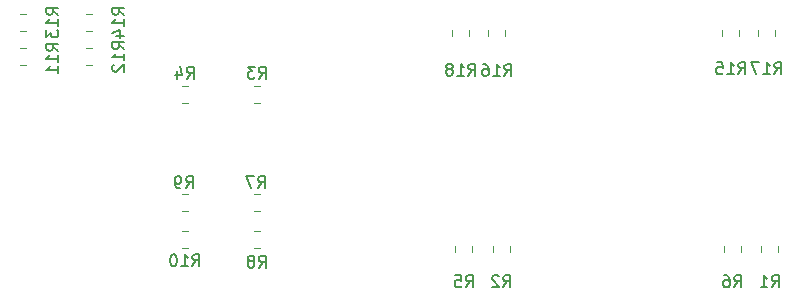
<source format=gbr>
%TF.GenerationSoftware,KiCad,Pcbnew,(5.99.0-11640-gb6664eecf2)*%
%TF.CreationDate,2021-09-02T00:48:37+05:30*%
%TF.ProjectId,AudioInterface,41756469-6f49-46e7-9465-72666163652e,rev?*%
%TF.SameCoordinates,Original*%
%TF.FileFunction,Legend,Bot*%
%TF.FilePolarity,Positive*%
%FSLAX46Y46*%
G04 Gerber Fmt 4.6, Leading zero omitted, Abs format (unit mm)*
G04 Created by KiCad (PCBNEW (5.99.0-11640-gb6664eecf2)) date 2021-09-02 00:48:37*
%MOMM*%
%LPD*%
G01*
G04 APERTURE LIST*
%ADD10C,0.150000*%
%ADD11C,0.120000*%
G04 APERTURE END LIST*
D10*
%TO.C,R7*%
X165700666Y-77382380D02*
X166034000Y-76906190D01*
X166272095Y-77382380D02*
X166272095Y-76382380D01*
X165891142Y-76382380D01*
X165795904Y-76430000D01*
X165748285Y-76477619D01*
X165700666Y-76572857D01*
X165700666Y-76715714D01*
X165748285Y-76810952D01*
X165795904Y-76858571D01*
X165891142Y-76906190D01*
X166272095Y-76906190D01*
X165367333Y-76382380D02*
X164700666Y-76382380D01*
X165129238Y-77382380D01*
%TO.C,R6*%
X206035666Y-85764380D02*
X206369000Y-85288190D01*
X206607095Y-85764380D02*
X206607095Y-84764380D01*
X206226142Y-84764380D01*
X206130904Y-84812000D01*
X206083285Y-84859619D01*
X206035666Y-84954857D01*
X206035666Y-85097714D01*
X206083285Y-85192952D01*
X206130904Y-85240571D01*
X206226142Y-85288190D01*
X206607095Y-85288190D01*
X205178523Y-84764380D02*
X205369000Y-84764380D01*
X205464238Y-84812000D01*
X205511857Y-84859619D01*
X205607095Y-85002476D01*
X205654714Y-85192952D01*
X205654714Y-85573904D01*
X205607095Y-85669142D01*
X205559476Y-85716761D01*
X205464238Y-85764380D01*
X205273761Y-85764380D01*
X205178523Y-85716761D01*
X205130904Y-85669142D01*
X205083285Y-85573904D01*
X205083285Y-85335809D01*
X205130904Y-85240571D01*
X205178523Y-85192952D01*
X205273761Y-85145333D01*
X205464238Y-85145333D01*
X205559476Y-85192952D01*
X205607095Y-85240571D01*
X205654714Y-85335809D01*
%TO.C,R3*%
X165776666Y-68111380D02*
X166110000Y-67635190D01*
X166348095Y-68111380D02*
X166348095Y-67111380D01*
X165967142Y-67111380D01*
X165871904Y-67159000D01*
X165824285Y-67206619D01*
X165776666Y-67301857D01*
X165776666Y-67444714D01*
X165824285Y-67539952D01*
X165871904Y-67587571D01*
X165967142Y-67635190D01*
X166348095Y-67635190D01*
X165443333Y-67111380D02*
X164824285Y-67111380D01*
X165157619Y-67492333D01*
X165014761Y-67492333D01*
X164919523Y-67539952D01*
X164871904Y-67587571D01*
X164824285Y-67682809D01*
X164824285Y-67920904D01*
X164871904Y-68016142D01*
X164919523Y-68063761D01*
X165014761Y-68111380D01*
X165300476Y-68111380D01*
X165395714Y-68063761D01*
X165443333Y-68016142D01*
%TO.C,R12*%
X154378380Y-65619142D02*
X153902190Y-65285809D01*
X154378380Y-65047714D02*
X153378380Y-65047714D01*
X153378380Y-65428666D01*
X153426000Y-65523904D01*
X153473619Y-65571523D01*
X153568857Y-65619142D01*
X153711714Y-65619142D01*
X153806952Y-65571523D01*
X153854571Y-65523904D01*
X153902190Y-65428666D01*
X153902190Y-65047714D01*
X154378380Y-66571523D02*
X154378380Y-66000095D01*
X154378380Y-66285809D02*
X153378380Y-66285809D01*
X153521238Y-66190571D01*
X153616476Y-66095333D01*
X153664095Y-66000095D01*
X153473619Y-66952476D02*
X153426000Y-67000095D01*
X153378380Y-67095333D01*
X153378380Y-67333428D01*
X153426000Y-67428666D01*
X153473619Y-67476285D01*
X153568857Y-67523904D01*
X153664095Y-67523904D01*
X153806952Y-67476285D01*
X154378380Y-66904857D01*
X154378380Y-67523904D01*
%TO.C,R11*%
X148790380Y-65746142D02*
X148314190Y-65412809D01*
X148790380Y-65174714D02*
X147790380Y-65174714D01*
X147790380Y-65555666D01*
X147838000Y-65650904D01*
X147885619Y-65698523D01*
X147980857Y-65746142D01*
X148123714Y-65746142D01*
X148218952Y-65698523D01*
X148266571Y-65650904D01*
X148314190Y-65555666D01*
X148314190Y-65174714D01*
X148790380Y-66698523D02*
X148790380Y-66127095D01*
X148790380Y-66412809D02*
X147790380Y-66412809D01*
X147933238Y-66317571D01*
X148028476Y-66222333D01*
X148076095Y-66127095D01*
X148790380Y-67650904D02*
X148790380Y-67079476D01*
X148790380Y-67365190D02*
X147790380Y-67365190D01*
X147933238Y-67269952D01*
X148028476Y-67174714D01*
X148076095Y-67079476D01*
%TO.C,R14*%
X154378380Y-62698142D02*
X153902190Y-62364809D01*
X154378380Y-62126714D02*
X153378380Y-62126714D01*
X153378380Y-62507666D01*
X153426000Y-62602904D01*
X153473619Y-62650523D01*
X153568857Y-62698142D01*
X153711714Y-62698142D01*
X153806952Y-62650523D01*
X153854571Y-62602904D01*
X153902190Y-62507666D01*
X153902190Y-62126714D01*
X154378380Y-63650523D02*
X154378380Y-63079095D01*
X154378380Y-63364809D02*
X153378380Y-63364809D01*
X153521238Y-63269571D01*
X153616476Y-63174333D01*
X153664095Y-63079095D01*
X153711714Y-64507666D02*
X154378380Y-64507666D01*
X153330761Y-64269571D02*
X154045047Y-64031476D01*
X154045047Y-64650523D01*
%TO.C,R17*%
X209432857Y-67730380D02*
X209766190Y-67254190D01*
X210004285Y-67730380D02*
X210004285Y-66730380D01*
X209623333Y-66730380D01*
X209528095Y-66778000D01*
X209480476Y-66825619D01*
X209432857Y-66920857D01*
X209432857Y-67063714D01*
X209480476Y-67158952D01*
X209528095Y-67206571D01*
X209623333Y-67254190D01*
X210004285Y-67254190D01*
X208480476Y-67730380D02*
X209051904Y-67730380D01*
X208766190Y-67730380D02*
X208766190Y-66730380D01*
X208861428Y-66873238D01*
X208956666Y-66968476D01*
X209051904Y-67016095D01*
X208147142Y-66730380D02*
X207480476Y-66730380D01*
X207909047Y-67730380D01*
%TO.C,R4*%
X159680666Y-68111380D02*
X160014000Y-67635190D01*
X160252095Y-68111380D02*
X160252095Y-67111380D01*
X159871142Y-67111380D01*
X159775904Y-67159000D01*
X159728285Y-67206619D01*
X159680666Y-67301857D01*
X159680666Y-67444714D01*
X159728285Y-67539952D01*
X159775904Y-67587571D01*
X159871142Y-67635190D01*
X160252095Y-67635190D01*
X158823523Y-67444714D02*
X158823523Y-68111380D01*
X159061619Y-67063761D02*
X159299714Y-67778047D01*
X158680666Y-67778047D01*
%TO.C,R13*%
X148790380Y-62698142D02*
X148314190Y-62364809D01*
X148790380Y-62126714D02*
X147790380Y-62126714D01*
X147790380Y-62507666D01*
X147838000Y-62602904D01*
X147885619Y-62650523D01*
X147980857Y-62698142D01*
X148123714Y-62698142D01*
X148218952Y-62650523D01*
X148266571Y-62602904D01*
X148314190Y-62507666D01*
X148314190Y-62126714D01*
X148790380Y-63650523D02*
X148790380Y-63079095D01*
X148790380Y-63364809D02*
X147790380Y-63364809D01*
X147933238Y-63269571D01*
X148028476Y-63174333D01*
X148076095Y-63079095D01*
X147790380Y-63983857D02*
X147790380Y-64602904D01*
X148171333Y-64269571D01*
X148171333Y-64412428D01*
X148218952Y-64507666D01*
X148266571Y-64555285D01*
X148361809Y-64602904D01*
X148599904Y-64602904D01*
X148695142Y-64555285D01*
X148742761Y-64507666D01*
X148790380Y-64412428D01*
X148790380Y-64126714D01*
X148742761Y-64031476D01*
X148695142Y-63983857D01*
%TO.C,R9*%
X159604666Y-77382380D02*
X159938000Y-76906190D01*
X160176095Y-77382380D02*
X160176095Y-76382380D01*
X159795142Y-76382380D01*
X159699904Y-76430000D01*
X159652285Y-76477619D01*
X159604666Y-76572857D01*
X159604666Y-76715714D01*
X159652285Y-76810952D01*
X159699904Y-76858571D01*
X159795142Y-76906190D01*
X160176095Y-76906190D01*
X159128476Y-77382380D02*
X158938000Y-77382380D01*
X158842761Y-77334761D01*
X158795142Y-77287142D01*
X158699904Y-77144285D01*
X158652285Y-76953809D01*
X158652285Y-76572857D01*
X158699904Y-76477619D01*
X158747523Y-76430000D01*
X158842761Y-76382380D01*
X159033238Y-76382380D01*
X159128476Y-76430000D01*
X159176095Y-76477619D01*
X159223714Y-76572857D01*
X159223714Y-76810952D01*
X159176095Y-76906190D01*
X159128476Y-76953809D01*
X159033238Y-77001428D01*
X158842761Y-77001428D01*
X158747523Y-76953809D01*
X158699904Y-76906190D01*
X158652285Y-76810952D01*
%TO.C,R8*%
X165776666Y-84113380D02*
X166110000Y-83637190D01*
X166348095Y-84113380D02*
X166348095Y-83113380D01*
X165967142Y-83113380D01*
X165871904Y-83161000D01*
X165824285Y-83208619D01*
X165776666Y-83303857D01*
X165776666Y-83446714D01*
X165824285Y-83541952D01*
X165871904Y-83589571D01*
X165967142Y-83637190D01*
X166348095Y-83637190D01*
X165205238Y-83541952D02*
X165300476Y-83494333D01*
X165348095Y-83446714D01*
X165395714Y-83351476D01*
X165395714Y-83303857D01*
X165348095Y-83208619D01*
X165300476Y-83161000D01*
X165205238Y-83113380D01*
X165014761Y-83113380D01*
X164919523Y-83161000D01*
X164871904Y-83208619D01*
X164824285Y-83303857D01*
X164824285Y-83351476D01*
X164871904Y-83446714D01*
X164919523Y-83494333D01*
X165014761Y-83541952D01*
X165205238Y-83541952D01*
X165300476Y-83589571D01*
X165348095Y-83637190D01*
X165395714Y-83732428D01*
X165395714Y-83922904D01*
X165348095Y-84018142D01*
X165300476Y-84065761D01*
X165205238Y-84113380D01*
X165014761Y-84113380D01*
X164919523Y-84065761D01*
X164871904Y-84018142D01*
X164824285Y-83922904D01*
X164824285Y-83732428D01*
X164871904Y-83637190D01*
X164919523Y-83589571D01*
X165014761Y-83541952D01*
%TO.C,R5*%
X183302666Y-85764380D02*
X183636000Y-85288190D01*
X183874095Y-85764380D02*
X183874095Y-84764380D01*
X183493142Y-84764380D01*
X183397904Y-84812000D01*
X183350285Y-84859619D01*
X183302666Y-84954857D01*
X183302666Y-85097714D01*
X183350285Y-85192952D01*
X183397904Y-85240571D01*
X183493142Y-85288190D01*
X183874095Y-85288190D01*
X182397904Y-84764380D02*
X182874095Y-84764380D01*
X182921714Y-85240571D01*
X182874095Y-85192952D01*
X182778857Y-85145333D01*
X182540761Y-85145333D01*
X182445523Y-85192952D01*
X182397904Y-85240571D01*
X182350285Y-85335809D01*
X182350285Y-85573904D01*
X182397904Y-85669142D01*
X182445523Y-85716761D01*
X182540761Y-85764380D01*
X182778857Y-85764380D01*
X182874095Y-85716761D01*
X182921714Y-85669142D01*
%TO.C,R1*%
X209210666Y-85764380D02*
X209544000Y-85288190D01*
X209782095Y-85764380D02*
X209782095Y-84764380D01*
X209401142Y-84764380D01*
X209305904Y-84812000D01*
X209258285Y-84859619D01*
X209210666Y-84954857D01*
X209210666Y-85097714D01*
X209258285Y-85192952D01*
X209305904Y-85240571D01*
X209401142Y-85288190D01*
X209782095Y-85288190D01*
X208258285Y-85764380D02*
X208829714Y-85764380D01*
X208544000Y-85764380D02*
X208544000Y-84764380D01*
X208639238Y-84907238D01*
X208734476Y-85002476D01*
X208829714Y-85050095D01*
%TO.C,R15*%
X206384857Y-67730380D02*
X206718190Y-67254190D01*
X206956285Y-67730380D02*
X206956285Y-66730380D01*
X206575333Y-66730380D01*
X206480095Y-66778000D01*
X206432476Y-66825619D01*
X206384857Y-66920857D01*
X206384857Y-67063714D01*
X206432476Y-67158952D01*
X206480095Y-67206571D01*
X206575333Y-67254190D01*
X206956285Y-67254190D01*
X205432476Y-67730380D02*
X206003904Y-67730380D01*
X205718190Y-67730380D02*
X205718190Y-66730380D01*
X205813428Y-66873238D01*
X205908666Y-66968476D01*
X206003904Y-67016095D01*
X204527714Y-66730380D02*
X205003904Y-66730380D01*
X205051523Y-67206571D01*
X205003904Y-67158952D01*
X204908666Y-67111333D01*
X204670571Y-67111333D01*
X204575333Y-67158952D01*
X204527714Y-67206571D01*
X204480095Y-67301809D01*
X204480095Y-67539904D01*
X204527714Y-67635142D01*
X204575333Y-67682761D01*
X204670571Y-67730380D01*
X204908666Y-67730380D01*
X205003904Y-67682761D01*
X205051523Y-67635142D01*
%TO.C,R16*%
X186572857Y-67877380D02*
X186906190Y-67401190D01*
X187144285Y-67877380D02*
X187144285Y-66877380D01*
X186763333Y-66877380D01*
X186668095Y-66925000D01*
X186620476Y-66972619D01*
X186572857Y-67067857D01*
X186572857Y-67210714D01*
X186620476Y-67305952D01*
X186668095Y-67353571D01*
X186763333Y-67401190D01*
X187144285Y-67401190D01*
X185620476Y-67877380D02*
X186191904Y-67877380D01*
X185906190Y-67877380D02*
X185906190Y-66877380D01*
X186001428Y-67020238D01*
X186096666Y-67115476D01*
X186191904Y-67163095D01*
X184763333Y-66877380D02*
X184953809Y-66877380D01*
X185049047Y-66925000D01*
X185096666Y-66972619D01*
X185191904Y-67115476D01*
X185239523Y-67305952D01*
X185239523Y-67686904D01*
X185191904Y-67782142D01*
X185144285Y-67829761D01*
X185049047Y-67877380D01*
X184858571Y-67877380D01*
X184763333Y-67829761D01*
X184715714Y-67782142D01*
X184668095Y-67686904D01*
X184668095Y-67448809D01*
X184715714Y-67353571D01*
X184763333Y-67305952D01*
X184858571Y-67258333D01*
X185049047Y-67258333D01*
X185144285Y-67305952D01*
X185191904Y-67353571D01*
X185239523Y-67448809D01*
%TO.C,R18*%
X183524857Y-67857380D02*
X183858190Y-67381190D01*
X184096285Y-67857380D02*
X184096285Y-66857380D01*
X183715333Y-66857380D01*
X183620095Y-66905000D01*
X183572476Y-66952619D01*
X183524857Y-67047857D01*
X183524857Y-67190714D01*
X183572476Y-67285952D01*
X183620095Y-67333571D01*
X183715333Y-67381190D01*
X184096285Y-67381190D01*
X182572476Y-67857380D02*
X183143904Y-67857380D01*
X182858190Y-67857380D02*
X182858190Y-66857380D01*
X182953428Y-67000238D01*
X183048666Y-67095476D01*
X183143904Y-67143095D01*
X182001047Y-67285952D02*
X182096285Y-67238333D01*
X182143904Y-67190714D01*
X182191523Y-67095476D01*
X182191523Y-67047857D01*
X182143904Y-66952619D01*
X182096285Y-66905000D01*
X182001047Y-66857380D01*
X181810571Y-66857380D01*
X181715333Y-66905000D01*
X181667714Y-66952619D01*
X181620095Y-67047857D01*
X181620095Y-67095476D01*
X181667714Y-67190714D01*
X181715333Y-67238333D01*
X181810571Y-67285952D01*
X182001047Y-67285952D01*
X182096285Y-67333571D01*
X182143904Y-67381190D01*
X182191523Y-67476428D01*
X182191523Y-67666904D01*
X182143904Y-67762142D01*
X182096285Y-67809761D01*
X182001047Y-67857380D01*
X181810571Y-67857380D01*
X181715333Y-67809761D01*
X181667714Y-67762142D01*
X181620095Y-67666904D01*
X181620095Y-67476428D01*
X181667714Y-67381190D01*
X181715333Y-67333571D01*
X181810571Y-67285952D01*
%TO.C,R10*%
X160156857Y-83986380D02*
X160490190Y-83510190D01*
X160728285Y-83986380D02*
X160728285Y-82986380D01*
X160347333Y-82986380D01*
X160252095Y-83034000D01*
X160204476Y-83081619D01*
X160156857Y-83176857D01*
X160156857Y-83319714D01*
X160204476Y-83414952D01*
X160252095Y-83462571D01*
X160347333Y-83510190D01*
X160728285Y-83510190D01*
X159204476Y-83986380D02*
X159775904Y-83986380D01*
X159490190Y-83986380D02*
X159490190Y-82986380D01*
X159585428Y-83129238D01*
X159680666Y-83224476D01*
X159775904Y-83272095D01*
X158585428Y-82986380D02*
X158490190Y-82986380D01*
X158394952Y-83034000D01*
X158347333Y-83081619D01*
X158299714Y-83176857D01*
X158252095Y-83367333D01*
X158252095Y-83605428D01*
X158299714Y-83795904D01*
X158347333Y-83891142D01*
X158394952Y-83938761D01*
X158490190Y-83986380D01*
X158585428Y-83986380D01*
X158680666Y-83938761D01*
X158728285Y-83891142D01*
X158775904Y-83795904D01*
X158823523Y-83605428D01*
X158823523Y-83367333D01*
X158775904Y-83176857D01*
X158728285Y-83081619D01*
X158680666Y-83034000D01*
X158585428Y-82986380D01*
%TO.C,R2*%
X186477666Y-85764380D02*
X186811000Y-85288190D01*
X187049095Y-85764380D02*
X187049095Y-84764380D01*
X186668142Y-84764380D01*
X186572904Y-84812000D01*
X186525285Y-84859619D01*
X186477666Y-84954857D01*
X186477666Y-85097714D01*
X186525285Y-85192952D01*
X186572904Y-85240571D01*
X186668142Y-85288190D01*
X187049095Y-85288190D01*
X186096714Y-84859619D02*
X186049095Y-84812000D01*
X185953857Y-84764380D01*
X185715761Y-84764380D01*
X185620523Y-84812000D01*
X185572904Y-84859619D01*
X185525285Y-84954857D01*
X185525285Y-85050095D01*
X185572904Y-85192952D01*
X186144333Y-85764380D01*
X185525285Y-85764380D01*
D11*
%TO.C,R7*%
X165871252Y-79291000D02*
X165348748Y-79291000D01*
X165871252Y-77871000D02*
X165348748Y-77871000D01*
%TO.C,R6*%
X206579000Y-82256748D02*
X206579000Y-82779252D01*
X205159000Y-82256748D02*
X205159000Y-82779252D01*
%TO.C,R3*%
X165871252Y-68727000D02*
X165348748Y-68727000D01*
X165871252Y-70147000D02*
X165348748Y-70147000D01*
%TO.C,R12*%
X151124748Y-66972000D02*
X151647252Y-66972000D01*
X151124748Y-65552000D02*
X151647252Y-65552000D01*
%TO.C,R11*%
X145536748Y-66972000D02*
X146059252Y-66972000D01*
X145536748Y-65552000D02*
X146059252Y-65552000D01*
%TO.C,R14*%
X151124748Y-62631000D02*
X151647252Y-62631000D01*
X151124748Y-64051000D02*
X151647252Y-64051000D01*
%TO.C,R17*%
X209500000Y-64491252D02*
X209500000Y-63968748D01*
X208080000Y-64491252D02*
X208080000Y-63968748D01*
%TO.C,R4*%
X159775252Y-68727000D02*
X159252748Y-68727000D01*
X159775252Y-70147000D02*
X159252748Y-70147000D01*
%TO.C,R13*%
X145536748Y-64051000D02*
X146059252Y-64051000D01*
X145536748Y-62631000D02*
X146059252Y-62631000D01*
%TO.C,R9*%
X159252748Y-77871000D02*
X159775252Y-77871000D01*
X159252748Y-79291000D02*
X159775252Y-79291000D01*
%TO.C,R8*%
X165871252Y-82466000D02*
X165348748Y-82466000D01*
X165871252Y-81046000D02*
X165348748Y-81046000D01*
%TO.C,R5*%
X183846000Y-82256748D02*
X183846000Y-82779252D01*
X182426000Y-82256748D02*
X182426000Y-82779252D01*
%TO.C,R1*%
X209754000Y-82779252D02*
X209754000Y-82256748D01*
X208334000Y-82779252D02*
X208334000Y-82256748D01*
%TO.C,R15*%
X205032000Y-63968748D02*
X205032000Y-64491252D01*
X206452000Y-63968748D02*
X206452000Y-64491252D01*
%TO.C,R16*%
X186640000Y-63968748D02*
X186640000Y-64491252D01*
X185220000Y-63968748D02*
X185220000Y-64491252D01*
%TO.C,R18*%
X183592000Y-64491252D02*
X183592000Y-63968748D01*
X182172000Y-64491252D02*
X182172000Y-63968748D01*
%TO.C,R10*%
X159252748Y-82466000D02*
X159775252Y-82466000D01*
X159252748Y-81046000D02*
X159775252Y-81046000D01*
%TO.C,R2*%
X187021000Y-82779252D02*
X187021000Y-82256748D01*
X185601000Y-82779252D02*
X185601000Y-82256748D01*
%TD*%
M02*

</source>
